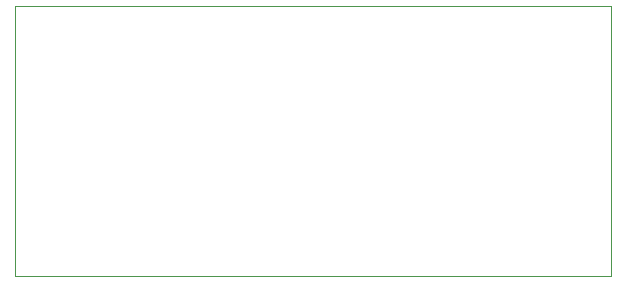
<source format=gbo>
G75*
%MOIN*%
%OFA0B0*%
%FSLAX24Y24*%
%IPPOS*%
%LPD*%
%AMOC8*
5,1,8,0,0,1.08239X$1,22.5*
%
%ADD10C,0.0000*%
D10*
X000180Y000180D02*
X000180Y009176D01*
X020050Y009176D01*
X020050Y000180D01*
X000180Y000180D01*
M02*

</source>
